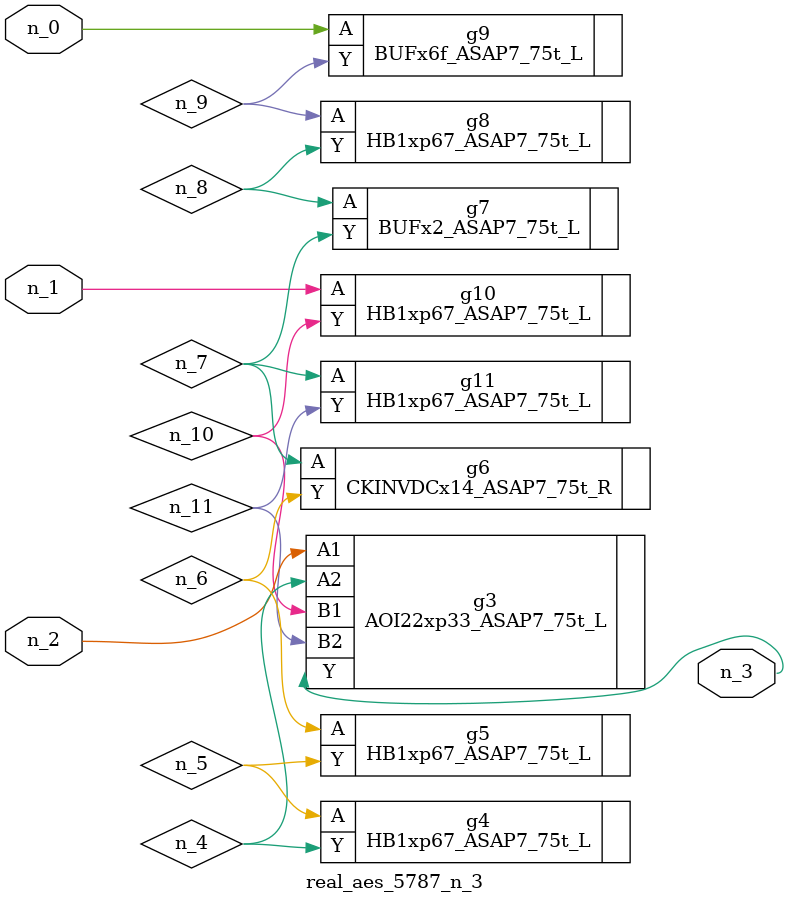
<source format=v>
module real_aes_5787_n_3 (n_0, n_2, n_1, n_3);
input n_0;
input n_2;
input n_1;
output n_3;
wire n_4;
wire n_5;
wire n_7;
wire n_8;
wire n_6;
wire n_9;
wire n_10;
wire n_11;
BUFx6f_ASAP7_75t_L g9 ( .A(n_0), .Y(n_9) );
HB1xp67_ASAP7_75t_L g10 ( .A(n_1), .Y(n_10) );
AOI22xp33_ASAP7_75t_L g3 ( .A1(n_2), .A2(n_4), .B1(n_10), .B2(n_11), .Y(n_3) );
HB1xp67_ASAP7_75t_L g4 ( .A(n_5), .Y(n_4) );
HB1xp67_ASAP7_75t_L g5 ( .A(n_6), .Y(n_5) );
CKINVDCx14_ASAP7_75t_R g6 ( .A(n_7), .Y(n_6) );
HB1xp67_ASAP7_75t_L g11 ( .A(n_7), .Y(n_11) );
BUFx2_ASAP7_75t_L g7 ( .A(n_8), .Y(n_7) );
HB1xp67_ASAP7_75t_L g8 ( .A(n_9), .Y(n_8) );
endmodule
</source>
